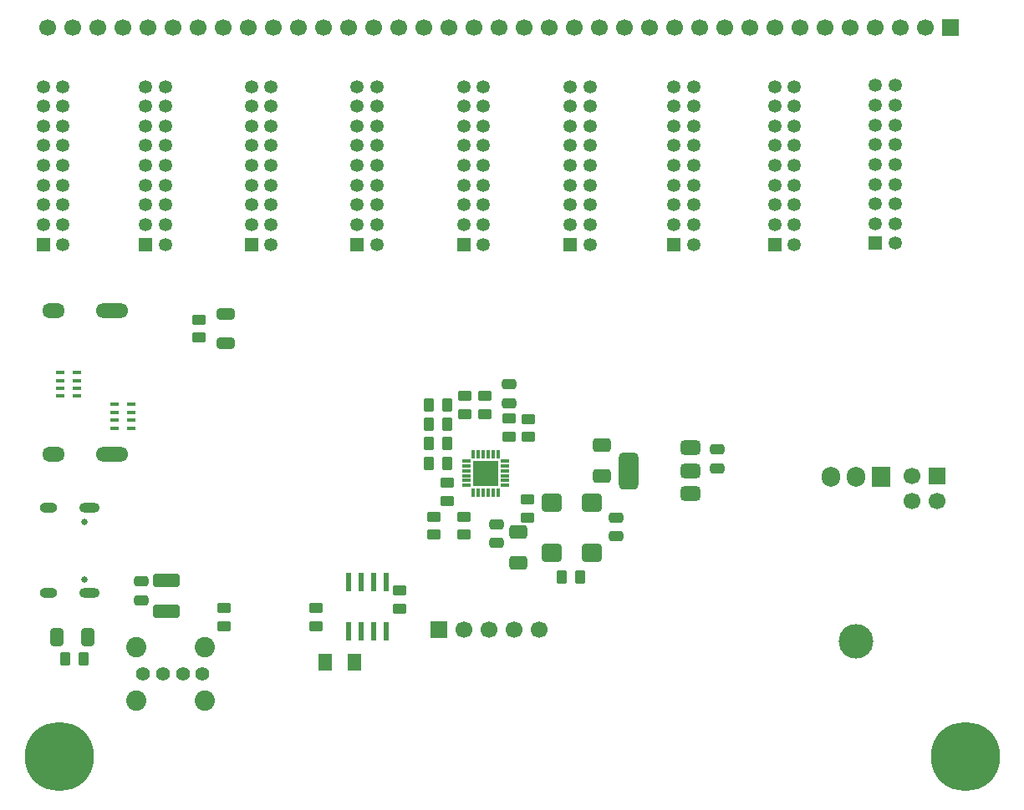
<source format=gbr>
%TF.GenerationSoftware,KiCad,Pcbnew,9.0.4*%
%TF.CreationDate,2025-10-14T22:23:38+02:00*%
%TF.ProjectId,Antminer_hat_PCB,416e746d-696e-4657-925f-6861745f5043,rev?*%
%TF.SameCoordinates,Original*%
%TF.FileFunction,Soldermask,Bot*%
%TF.FilePolarity,Negative*%
%FSLAX46Y46*%
G04 Gerber Fmt 4.6, Leading zero omitted, Abs format (unit mm)*
G04 Created by KiCad (PCBNEW 9.0.4) date 2025-10-14 22:23:38*
%MOMM*%
%LPD*%
G01*
G04 APERTURE LIST*
G04 Aperture macros list*
%AMRoundRect*
0 Rectangle with rounded corners*
0 $1 Rounding radius*
0 $2 $3 $4 $5 $6 $7 $8 $9 X,Y pos of 4 corners*
0 Add a 4 corners polygon primitive as box body*
4,1,4,$2,$3,$4,$5,$6,$7,$8,$9,$2,$3,0*
0 Add four circle primitives for the rounded corners*
1,1,$1+$1,$2,$3*
1,1,$1+$1,$4,$5*
1,1,$1+$1,$6,$7*
1,1,$1+$1,$8,$9*
0 Add four rect primitives between the rounded corners*
20,1,$1+$1,$2,$3,$4,$5,0*
20,1,$1+$1,$4,$5,$6,$7,0*
20,1,$1+$1,$6,$7,$8,$9,0*
20,1,$1+$1,$8,$9,$2,$3,0*%
G04 Aperture macros list end*
%ADD10C,0.650000*%
%ADD11O,2.100000X1.000000*%
%ADD12O,1.800000X1.000000*%
%ADD13R,1.700000X1.700000*%
%ADD14C,1.700000*%
%ADD15C,1.420000*%
%ADD16C,2.050000*%
%ADD17O,3.300000X1.500000*%
%ADD18O,2.300000X1.500000*%
%ADD19C,3.500000*%
%ADD20R,1.905000X2.000000*%
%ADD21O,1.905000X2.000000*%
%ADD22R,0.900000X0.450000*%
%ADD23RoundRect,0.250000X0.450000X-0.262500X0.450000X0.262500X-0.450000X0.262500X-0.450000X-0.262500X0*%
%ADD24RoundRect,0.250000X0.475000X-0.250000X0.475000X0.250000X-0.475000X0.250000X-0.475000X-0.250000X0*%
%ADD25RoundRect,0.250000X-0.450000X0.262500X-0.450000X-0.262500X0.450000X-0.262500X0.450000X0.262500X0*%
%ADD26RoundRect,0.250000X0.262500X0.450000X-0.262500X0.450000X-0.262500X-0.450000X0.262500X-0.450000X0*%
%ADD27RoundRect,0.250000X-0.650000X0.325000X-0.650000X-0.325000X0.650000X-0.325000X0.650000X0.325000X0*%
%ADD28RoundRect,0.250000X-0.475000X0.250000X-0.475000X-0.250000X0.475000X-0.250000X0.475000X0.250000X0*%
%ADD29R,1.350000X1.350000*%
%ADD30C,1.350000*%
%ADD31RoundRect,0.250000X0.650000X-0.412500X0.650000X0.412500X-0.650000X0.412500X-0.650000X-0.412500X0*%
%ADD32R,0.558800X1.981200*%
%ADD33RoundRect,0.250000X-1.100000X0.412500X-1.100000X-0.412500X1.100000X-0.412500X1.100000X0.412500X0*%
%ADD34RoundRect,0.250000X0.412500X0.650000X-0.412500X0.650000X-0.412500X-0.650000X0.412500X-0.650000X0*%
%ADD35RoundRect,0.250000X0.750000X-0.650000X0.750000X0.650000X-0.750000X0.650000X-0.750000X-0.650000X0*%
%ADD36RoundRect,0.250000X-0.262500X-0.450000X0.262500X-0.450000X0.262500X0.450000X-0.262500X0.450000X0*%
%ADD37RoundRect,0.375000X0.625000X0.375000X-0.625000X0.375000X-0.625000X-0.375000X0.625000X-0.375000X0*%
%ADD38RoundRect,0.500000X0.500000X1.400000X-0.500000X1.400000X-0.500000X-1.400000X0.500000X-1.400000X0*%
%ADD39RoundRect,0.250001X0.462499X0.624999X-0.462499X0.624999X-0.462499X-0.624999X0.462499X-0.624999X0*%
%ADD40R,0.300000X0.900000*%
%ADD41R,0.900000X0.300000*%
%ADD42R,2.600000X2.600000*%
%ADD43RoundRect,0.250000X-0.650000X0.412500X-0.650000X-0.412500X0.650000X-0.412500X0.650000X0.412500X0*%
%ADD44C,7.000000*%
G04 APERTURE END LIST*
D10*
%TO.C,J14*%
X31720316Y-94174174D03*
X31720316Y-99954174D03*
D11*
X32220316Y-92744174D03*
D12*
X28040316Y-92744174D03*
D11*
X32220316Y-101384174D03*
D12*
X28040316Y-101384174D03*
%TD*%
D13*
%TO.C,J16*%
X119420000Y-44000000D03*
D14*
X116880000Y-44000000D03*
X114340000Y-44000000D03*
X111800000Y-44000000D03*
X109260000Y-44000000D03*
X106720000Y-44000000D03*
X104180000Y-44000000D03*
X101640000Y-44000000D03*
X99100000Y-44000000D03*
X96560000Y-44000000D03*
X94020000Y-44000000D03*
X91480000Y-44000000D03*
X88940000Y-44000000D03*
X86400000Y-44000000D03*
X83860000Y-44000000D03*
X81320000Y-44000000D03*
X78780000Y-44000000D03*
X76240000Y-44000000D03*
X73700000Y-44000000D03*
X71160000Y-44000000D03*
X68620000Y-44000000D03*
X66080000Y-44000000D03*
X63540000Y-44000000D03*
X61000000Y-44000000D03*
X58460000Y-44000000D03*
X55920000Y-44000000D03*
X53380000Y-44000000D03*
X50840000Y-44000000D03*
X48300000Y-44000000D03*
X45760000Y-44000000D03*
X43220000Y-44000000D03*
X40680000Y-44000000D03*
X38140000Y-44000000D03*
X35600000Y-44000000D03*
X33060000Y-44000000D03*
X30520000Y-44000000D03*
X27980000Y-44000000D03*
%TD*%
D15*
%TO.C,J15*%
X43630000Y-109565000D03*
X41630000Y-109565000D03*
X39630000Y-109565000D03*
X37630000Y-109565000D03*
D16*
X43900000Y-112300000D03*
X36900000Y-112300000D03*
X36900000Y-106830000D03*
X43900000Y-106830000D03*
%TD*%
D17*
%TO.C,J13*%
X34500000Y-87250000D03*
X34500000Y-72750000D03*
D18*
X28540000Y-87250000D03*
X28540000Y-72750000D03*
%TD*%
D19*
%TO.C,U1*%
X109855000Y-106265000D03*
D20*
X112395000Y-89605000D03*
D21*
X109855000Y-89605000D03*
X107315000Y-89605000D03*
%TD*%
D13*
%TO.C,J11*%
X67600000Y-105100000D03*
D14*
X70140000Y-105100000D03*
X72680000Y-105100000D03*
X75220000Y-105100000D03*
X77760000Y-105100000D03*
%TD*%
D22*
%TO.C,RN2*%
X30950000Y-79000000D03*
X30950000Y-79800000D03*
X30950000Y-80600000D03*
X30950000Y-81400000D03*
X29250000Y-81400000D03*
X29250000Y-80600000D03*
X29250000Y-79800000D03*
X29250000Y-79000000D03*
%TD*%
D23*
%TO.C,R2*%
X63600000Y-102925000D03*
X63600000Y-101100000D03*
%TD*%
D24*
%TO.C,C23*%
X95800000Y-88700000D03*
X95800000Y-86800000D03*
%TD*%
D25*
%TO.C,R20*%
X45800000Y-102900000D03*
X45800000Y-104725000D03*
%TD*%
D26*
%TO.C,R15*%
X68400000Y-82300000D03*
X66575000Y-82300000D03*
%TD*%
D25*
%TO.C,R5*%
X76550000Y-91875000D03*
X76550000Y-93700000D03*
%TD*%
D22*
%TO.C,RN1*%
X34750000Y-84650000D03*
X34750000Y-83850000D03*
X34750000Y-83050000D03*
X34750000Y-82250000D03*
X36450000Y-82250000D03*
X36450000Y-83050000D03*
X36450000Y-83850000D03*
X36450000Y-84650000D03*
%TD*%
D27*
%TO.C,C4*%
X46000000Y-73050000D03*
X46000000Y-76000000D03*
%TD*%
D26*
%TO.C,R6*%
X68400000Y-86200000D03*
X66575000Y-86200000D03*
%TD*%
D23*
%TO.C,R18*%
X74700000Y-85500000D03*
X74700000Y-83675000D03*
%TD*%
D28*
%TO.C,C6*%
X37400000Y-100200000D03*
X37400000Y-102100000D03*
%TD*%
D26*
%TO.C,R14*%
X68408533Y-84274473D03*
X66583533Y-84274473D03*
%TD*%
D29*
%TO.C,J2*%
X101600000Y-66000000D03*
D30*
X103600000Y-66000000D03*
X101600000Y-64000000D03*
X103600000Y-64000000D03*
X101600000Y-62000000D03*
X103600000Y-62000000D03*
X101600000Y-60000000D03*
X103600000Y-60000000D03*
X101600000Y-58000000D03*
X103600000Y-58000000D03*
X101600000Y-56000000D03*
X103600000Y-56000000D03*
X101600000Y-54000000D03*
X103600000Y-54000000D03*
X101600000Y-52000000D03*
X103600000Y-52000000D03*
X101600000Y-50000000D03*
X103600000Y-50000000D03*
%TD*%
D13*
%TO.C,J12*%
X118040000Y-89500000D03*
D14*
X118040000Y-92040000D03*
X115500000Y-89500000D03*
X115500000Y-92040000D03*
%TD*%
D31*
%TO.C,C24*%
X84050000Y-89462500D03*
X84050000Y-86337500D03*
%TD*%
D25*
%TO.C,R11*%
X67100000Y-93600000D03*
X67100000Y-95425000D03*
%TD*%
D32*
%TO.C,IC2*%
X58408800Y-100271200D03*
X59678800Y-100271200D03*
X60948800Y-100271200D03*
X62218800Y-100271200D03*
X62218800Y-105198800D03*
X60948800Y-105198800D03*
X59678800Y-105198800D03*
X58408800Y-105198800D03*
%TD*%
D29*
%TO.C,J8*%
X37900000Y-66000000D03*
D30*
X39900000Y-66000000D03*
X37900000Y-64000000D03*
X39900000Y-64000000D03*
X37900000Y-62000000D03*
X39900000Y-62000000D03*
X37900000Y-60000000D03*
X39900000Y-60000000D03*
X37900000Y-58000000D03*
X39900000Y-58000000D03*
X37900000Y-56000000D03*
X39900000Y-56000000D03*
X37900000Y-54000000D03*
X39900000Y-54000000D03*
X37900000Y-52000000D03*
X39900000Y-52000000D03*
X37900000Y-50000000D03*
X39900000Y-50000000D03*
%TD*%
D25*
%TO.C,R13*%
X70100000Y-93600000D03*
X70100000Y-95425000D03*
%TD*%
D29*
%TO.C,J7*%
X48600000Y-66000000D03*
D30*
X50600000Y-66000000D03*
X48600000Y-64000000D03*
X50600000Y-64000000D03*
X48600000Y-62000000D03*
X50600000Y-62000000D03*
X48600000Y-60000000D03*
X50600000Y-60000000D03*
X48600000Y-58000000D03*
X50600000Y-58000000D03*
X48600000Y-56000000D03*
X50600000Y-56000000D03*
X48600000Y-54000000D03*
X50600000Y-54000000D03*
X48600000Y-52000000D03*
X50600000Y-52000000D03*
X48600000Y-50000000D03*
X50600000Y-50000000D03*
%TD*%
D29*
%TO.C,J6*%
X59300000Y-66000000D03*
D30*
X61300000Y-66000000D03*
X59300000Y-64000000D03*
X61300000Y-64000000D03*
X59300000Y-62000000D03*
X61300000Y-62000000D03*
X59300000Y-60000000D03*
X61300000Y-60000000D03*
X59300000Y-58000000D03*
X61300000Y-58000000D03*
X59300000Y-56000000D03*
X61300000Y-56000000D03*
X59300000Y-54000000D03*
X61300000Y-54000000D03*
X59300000Y-52000000D03*
X61300000Y-52000000D03*
X59300000Y-50000000D03*
X61300000Y-50000000D03*
%TD*%
D33*
%TO.C,C7*%
X40000000Y-100100000D03*
X40000000Y-103225000D03*
%TD*%
D34*
%TO.C,C8*%
X32025000Y-105800000D03*
X28900000Y-105800000D03*
%TD*%
D29*
%TO.C,J4*%
X80900000Y-66000000D03*
D30*
X82900000Y-66000000D03*
X80900000Y-64000000D03*
X82900000Y-64000000D03*
X80900000Y-62000000D03*
X82900000Y-62000000D03*
X80900000Y-60000000D03*
X82900000Y-60000000D03*
X80900000Y-58000000D03*
X82900000Y-58000000D03*
X80900000Y-56000000D03*
X82900000Y-56000000D03*
X80900000Y-54000000D03*
X82900000Y-54000000D03*
X80900000Y-52000000D03*
X82900000Y-52000000D03*
X80900000Y-50000000D03*
X82900000Y-50000000D03*
%TD*%
D35*
%TO.C,Y1*%
X79050000Y-97280000D03*
X79050000Y-92200000D03*
X83050000Y-92200000D03*
X83050000Y-97280000D03*
%TD*%
D26*
%TO.C,R10*%
X68425000Y-88200000D03*
X66600000Y-88200000D03*
%TD*%
D25*
%TO.C,R1*%
X43250000Y-73625000D03*
X43250000Y-75450000D03*
%TD*%
D23*
%TO.C,R16*%
X70200000Y-83200000D03*
X70200000Y-81375000D03*
%TD*%
D25*
%TO.C,R3*%
X55100000Y-102900000D03*
X55100000Y-104725000D03*
%TD*%
D29*
%TO.C,J5*%
X70100000Y-66000000D03*
D30*
X72100000Y-66000000D03*
X70100000Y-64000000D03*
X72100000Y-64000000D03*
X70100000Y-62000000D03*
X72100000Y-62000000D03*
X70100000Y-60000000D03*
X72100000Y-60000000D03*
X70100000Y-58000000D03*
X72100000Y-58000000D03*
X70100000Y-56000000D03*
X72100000Y-56000000D03*
X70100000Y-54000000D03*
X72100000Y-54000000D03*
X70100000Y-52000000D03*
X72100000Y-52000000D03*
X70100000Y-50000000D03*
X72100000Y-50000000D03*
%TD*%
D24*
%TO.C,C5*%
X74700000Y-82100000D03*
X74700000Y-80200000D03*
%TD*%
D28*
%TO.C,C13*%
X73400000Y-94400000D03*
X73400000Y-96300000D03*
%TD*%
D23*
%TO.C,R19*%
X76600000Y-85525000D03*
X76600000Y-83700000D03*
%TD*%
D25*
%TO.C,R12*%
X68400000Y-90200000D03*
X68400000Y-92025000D03*
%TD*%
D29*
%TO.C,J1*%
X111800000Y-65900000D03*
D30*
X113800000Y-65900000D03*
X111800000Y-63900000D03*
X113800000Y-63900000D03*
X111800000Y-61900000D03*
X113800000Y-61900000D03*
X111800000Y-59900000D03*
X113800000Y-59900000D03*
X111800000Y-57900000D03*
X113800000Y-57900000D03*
X111800000Y-55900000D03*
X113800000Y-55900000D03*
X111800000Y-53900000D03*
X113800000Y-53900000D03*
X111800000Y-51900000D03*
X113800000Y-51900000D03*
X111800000Y-49900000D03*
X113800000Y-49900000D03*
%TD*%
D29*
%TO.C,J9*%
X27500000Y-66000000D03*
D30*
X29500000Y-66000000D03*
X27500000Y-64000000D03*
X29500000Y-64000000D03*
X27500000Y-62000000D03*
X29500000Y-62000000D03*
X27500000Y-60000000D03*
X29500000Y-60000000D03*
X27500000Y-58000000D03*
X29500000Y-58000000D03*
X27500000Y-56000000D03*
X29500000Y-56000000D03*
X27500000Y-54000000D03*
X29500000Y-54000000D03*
X27500000Y-52000000D03*
X29500000Y-52000000D03*
X27500000Y-50000000D03*
X29500000Y-50000000D03*
%TD*%
D24*
%TO.C,C25*%
X85550000Y-95600000D03*
X85550000Y-93700000D03*
%TD*%
D36*
%TO.C,R21*%
X29757500Y-108000000D03*
X31582500Y-108000000D03*
%TD*%
D23*
%TO.C,R17*%
X72200000Y-83200000D03*
X72200000Y-81375000D03*
%TD*%
D37*
%TO.C,U2*%
X93100000Y-86650000D03*
X93100000Y-88950000D03*
D38*
X86800000Y-88950000D03*
D37*
X93100000Y-91250000D03*
%TD*%
D39*
%TO.C,D4*%
X59000000Y-108400000D03*
X56025000Y-108400000D03*
%TD*%
D29*
%TO.C,J3*%
X91400000Y-66000000D03*
D30*
X93400000Y-66000000D03*
X91400000Y-64000000D03*
X93400000Y-64000000D03*
X91400000Y-62000000D03*
X93400000Y-62000000D03*
X91400000Y-60000000D03*
X93400000Y-60000000D03*
X91400000Y-58000000D03*
X93400000Y-58000000D03*
X91400000Y-56000000D03*
X93400000Y-56000000D03*
X91400000Y-54000000D03*
X93400000Y-54000000D03*
X91400000Y-52000000D03*
X93400000Y-52000000D03*
X91400000Y-50000000D03*
X93400000Y-50000000D03*
%TD*%
D40*
%TO.C,IC1*%
X73550000Y-91150000D03*
X73050000Y-91150000D03*
X72550000Y-91150000D03*
X72050000Y-91150000D03*
X71550000Y-91150000D03*
X71050000Y-91150000D03*
D41*
X70350000Y-90450000D03*
X70350000Y-89950000D03*
X70350000Y-89450000D03*
X70350000Y-88950000D03*
X70350000Y-88450000D03*
X70350000Y-87950000D03*
D40*
X71050000Y-87250000D03*
X71550000Y-87250000D03*
X72050000Y-87250000D03*
X72550000Y-87250000D03*
X73050000Y-87250000D03*
X73550000Y-87250000D03*
D41*
X74250000Y-87950000D03*
X74250000Y-88450000D03*
X74250000Y-88950000D03*
X74250000Y-89450000D03*
X74250000Y-89950000D03*
X74250000Y-90450000D03*
D42*
X72300000Y-89200000D03*
%TD*%
D43*
%TO.C,C14*%
X75600000Y-95175000D03*
X75600000Y-98300000D03*
%TD*%
D36*
%TO.C,R4*%
X80050000Y-99700000D03*
X81875000Y-99700000D03*
%TD*%
D44*
X120900000Y-117900000D03*
X29100000Y-117900000D03*
M02*

</source>
